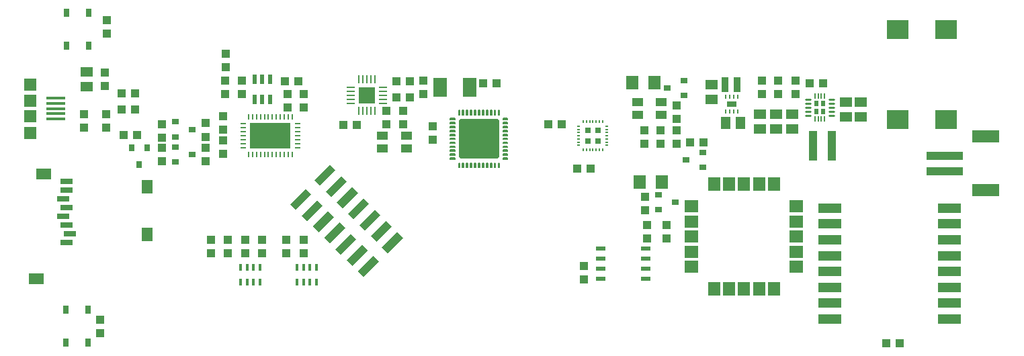
<source format=gtp>
G75*
%MOIN*%
%OFA0B0*%
%FSLAX25Y25*%
%IPPOS*%
%LPD*%
%AMOC8*
5,1,8,0,0,1.08239X$1,22.5*
%
%ADD10R,0.04331X0.03937*%
%ADD11R,0.05906X0.05118*%
%ADD12R,0.05118X0.05906*%
%ADD13R,0.06299X0.07087*%
%ADD14R,0.18110X0.03937*%
%ADD15R,0.13386X0.06299*%
%ADD16R,0.03543X0.03150*%
%ADD17R,0.03150X0.03543*%
%ADD18R,0.03937X0.04331*%
%ADD19R,0.04724X0.02362*%
%ADD20R,0.07480X0.05512*%
%ADD21R,0.05512X0.07087*%
%ADD22R,0.05906X0.02756*%
%ADD23R,0.00984X0.01969*%
%ADD24R,0.05118X0.02756*%
%ADD25R,0.00984X0.02756*%
%ADD26R,0.02756X0.00984*%
%ADD27R,0.20472X0.12598*%
%ADD28R,0.11811X0.04724*%
%ADD29R,0.02608X0.02608*%
%ADD30R,0.00787X0.01772*%
%ADD31R,0.01772X0.00787*%
%ADD32R,0.11024X0.09449*%
%ADD33R,0.03858X0.14567*%
%ADD34R,0.05906X0.07087*%
%ADD35R,0.07087X0.05906*%
%ADD36C,0.00591*%
%ADD37C,0.01969*%
%ADD38R,0.02559X0.04134*%
%ADD39R,0.02165X0.04724*%
%ADD40R,0.01600X0.03200*%
%ADD41R,0.00984X0.03937*%
%ADD42R,0.03937X0.00984*%
%ADD43R,0.07874X0.07874*%
%ADD44R,0.09252X0.01772*%
%ADD45R,0.06102X0.05906*%
%ADD46R,0.06693X0.09449*%
%ADD47R,0.05512X0.04331*%
%ADD48R,0.03937X0.10827*%
%ADD49R,0.03346X0.07480*%
%ADD50R,0.02362X0.03150*%
%ADD51C,0.01102*%
%ADD52R,0.00906X0.03150*%
D10*
X0057119Y0022654D03*
X0057119Y0029346D03*
X0112119Y0062154D03*
X0120619Y0062154D03*
X0129119Y0062154D03*
X0137619Y0062154D03*
X0149619Y0062154D03*
X0158119Y0062154D03*
X0158119Y0068846D03*
X0149619Y0068846D03*
X0137619Y0068846D03*
X0129119Y0068846D03*
X0120619Y0068846D03*
X0112119Y0068846D03*
X0109369Y0107779D03*
X0118119Y0111654D03*
X0109369Y0114471D03*
X0109369Y0120029D03*
X0118119Y0118346D03*
X0118119Y0123654D03*
X0109369Y0126721D03*
X0118119Y0130346D03*
X0087869Y0126346D03*
X0087869Y0119654D03*
X0087869Y0114471D03*
X0087869Y0107779D03*
X0150119Y0134404D03*
X0158119Y0134404D03*
X0158119Y0141096D03*
X0150119Y0141096D03*
X0148772Y0147500D03*
X0155465Y0147500D03*
X0199119Y0132846D03*
X0207619Y0132846D03*
X0207619Y0126154D03*
X0199119Y0126154D03*
X0184465Y0126000D03*
X0177772Y0126000D03*
X0247272Y0146500D03*
X0253965Y0146500D03*
X0327119Y0123346D03*
X0335119Y0123346D03*
X0343119Y0123346D03*
X0343119Y0128904D03*
X0343119Y0135596D03*
X0385369Y0141154D03*
X0393619Y0141154D03*
X0409272Y0146500D03*
X0415965Y0146500D03*
X0393619Y0147846D03*
X0385369Y0147846D03*
X0343119Y0116654D03*
X0335119Y0116654D03*
X0327119Y0116654D03*
X0327619Y0090346D03*
X0327619Y0083654D03*
X0328619Y0076346D03*
X0338119Y0076346D03*
X0338119Y0069654D03*
X0328619Y0069654D03*
X0447022Y0017375D03*
X0453715Y0017375D03*
X0060619Y0171154D03*
X0060619Y0177846D03*
D11*
X0050619Y0152240D03*
X0050619Y0144760D03*
X0360619Y0145990D03*
X0360619Y0138510D03*
X0384619Y0131240D03*
X0392619Y0131240D03*
X0400619Y0131240D03*
X0400619Y0123760D03*
X0392619Y0123760D03*
X0384619Y0123760D03*
X0427119Y0129760D03*
X0434619Y0129760D03*
X0434619Y0137240D03*
X0427119Y0137240D03*
D12*
X0374859Y0126750D03*
X0367379Y0126750D03*
D13*
X0332131Y0146750D03*
X0321107Y0146750D03*
X0324857Y0097500D03*
X0335881Y0097500D03*
D14*
X0476114Y0102813D03*
X0476114Y0110687D03*
D15*
X0496587Y0120136D03*
X0496587Y0093364D03*
D16*
X0356056Y0104760D03*
X0347788Y0108500D03*
X0356056Y0112240D03*
X0334182Y0091240D03*
X0342449Y0087500D03*
X0334182Y0083760D03*
X0346806Y0140510D03*
X0338538Y0144250D03*
X0346806Y0147990D03*
X0102824Y0123625D03*
X0094557Y0119885D03*
X0094432Y0114865D03*
X0102699Y0111125D03*
X0094432Y0107385D03*
X0094557Y0127365D03*
D17*
X0080359Y0114437D03*
X0072879Y0114437D03*
X0076619Y0106169D03*
D18*
X0075465Y0121000D03*
X0068772Y0121000D03*
X0060119Y0124654D03*
X0049119Y0124654D03*
X0049119Y0131346D03*
X0060119Y0131346D03*
X0067772Y0133500D03*
X0074465Y0133500D03*
X0074465Y0141500D03*
X0067772Y0141500D03*
X0059619Y0145154D03*
X0059619Y0151846D03*
X0119119Y0147846D03*
X0127619Y0147846D03*
X0119369Y0154529D03*
X0119369Y0161221D03*
X0119119Y0141154D03*
X0127619Y0141154D03*
X0204272Y0139500D03*
X0210965Y0139500D03*
X0217619Y0141154D03*
X0217619Y0147846D03*
X0210965Y0147500D03*
X0204272Y0147500D03*
X0222119Y0125346D03*
X0222119Y0118654D03*
X0279522Y0126125D03*
X0286215Y0126125D03*
X0293897Y0104250D03*
X0300590Y0104250D03*
X0349772Y0117250D03*
X0356465Y0117250D03*
X0402119Y0141154D03*
X0402119Y0147846D03*
X0297119Y0055846D03*
X0297119Y0049154D03*
D19*
X0305595Y0049500D03*
X0305595Y0054500D03*
X0305595Y0059500D03*
X0305595Y0064500D03*
X0327642Y0064500D03*
X0327642Y0059500D03*
X0327642Y0054500D03*
X0327642Y0049500D03*
D20*
X0029062Y0101425D03*
X0025518Y0049457D03*
D21*
X0080636Y0071504D03*
X0080636Y0095126D03*
D22*
X0040479Y0093551D03*
X0040479Y0097882D03*
X0038904Y0089220D03*
X0040479Y0084890D03*
X0038904Y0080559D03*
X0040479Y0076228D03*
X0042054Y0071898D03*
X0040479Y0067567D03*
D23*
X0367416Y0132510D03*
X0369384Y0132510D03*
X0371353Y0132510D03*
X0373321Y0132510D03*
X0373321Y0139990D03*
X0371353Y0139990D03*
X0369384Y0139990D03*
X0367416Y0139990D03*
D24*
X0370369Y0136250D03*
D25*
X0152446Y0129949D03*
X0150477Y0129949D03*
X0148509Y0129949D03*
X0146540Y0129949D03*
X0144571Y0129949D03*
X0142603Y0129949D03*
X0140634Y0129949D03*
X0138666Y0129949D03*
X0136697Y0129949D03*
X0134729Y0129949D03*
X0132760Y0129949D03*
X0130792Y0129949D03*
X0130792Y0111051D03*
X0132760Y0111051D03*
X0134729Y0111051D03*
X0136697Y0111051D03*
X0138666Y0111051D03*
X0140634Y0111051D03*
X0142603Y0111051D03*
X0144571Y0111051D03*
X0146540Y0111051D03*
X0148509Y0111051D03*
X0150477Y0111051D03*
X0152446Y0111051D03*
D26*
X0155005Y0114594D03*
X0155005Y0116563D03*
X0155005Y0118531D03*
X0155005Y0120500D03*
X0155005Y0122469D03*
X0155005Y0124437D03*
X0155005Y0126406D03*
X0128233Y0126406D03*
X0128233Y0124437D03*
X0128233Y0122469D03*
X0128233Y0120500D03*
X0128233Y0118531D03*
X0128233Y0116563D03*
X0128233Y0114594D03*
D27*
X0141619Y0120500D03*
D28*
X0419279Y0084622D03*
X0419279Y0076748D03*
X0419279Y0068874D03*
X0419279Y0061000D03*
X0419279Y0053125D03*
X0419279Y0045251D03*
X0419279Y0037377D03*
X0419279Y0029503D03*
X0478334Y0029503D03*
X0478334Y0037377D03*
X0478334Y0045251D03*
X0478334Y0053125D03*
X0478334Y0061000D03*
X0478334Y0068874D03*
X0478334Y0076748D03*
X0478334Y0084622D03*
D29*
X0304227Y0117892D03*
X0299010Y0117892D03*
X0299010Y0123108D03*
X0304227Y0123108D03*
D30*
X0304768Y0127488D03*
X0303194Y0127488D03*
X0301619Y0127488D03*
X0300044Y0127488D03*
X0298469Y0127488D03*
X0296894Y0127488D03*
X0306343Y0127488D03*
X0306343Y0113512D03*
X0304768Y0113512D03*
X0303194Y0113512D03*
X0301619Y0113512D03*
X0300044Y0113512D03*
X0298469Y0113512D03*
X0296894Y0113512D03*
D31*
X0294631Y0115776D03*
X0294631Y0117350D03*
X0294631Y0118925D03*
X0294631Y0120500D03*
X0294631Y0122075D03*
X0294631Y0123650D03*
X0294631Y0125224D03*
X0308607Y0125224D03*
X0308607Y0123650D03*
X0308607Y0122075D03*
X0308607Y0120500D03*
X0308607Y0118925D03*
X0308607Y0117350D03*
X0308607Y0115776D03*
D32*
X0452915Y0128372D03*
X0476931Y0128372D03*
X0476931Y0173253D03*
X0452915Y0173253D03*
D33*
X0420284Y0115500D03*
X0410953Y0115500D03*
D34*
X0391579Y0096484D03*
X0384099Y0096484D03*
X0376619Y0096484D03*
X0369138Y0096484D03*
X0361658Y0096484D03*
X0361658Y0044516D03*
X0369138Y0044516D03*
X0376619Y0044516D03*
X0384099Y0044516D03*
X0391579Y0044516D03*
D35*
X0402603Y0055539D03*
X0402603Y0063020D03*
X0402603Y0070500D03*
X0402603Y0077980D03*
X0402603Y0085461D03*
X0350634Y0085461D03*
X0350634Y0077980D03*
X0350634Y0070500D03*
X0350634Y0063020D03*
X0350634Y0055539D03*
D36*
X0254666Y0104826D02*
X0254666Y0106992D01*
X0255256Y0106992D01*
X0255256Y0104826D01*
X0254666Y0104826D01*
X0254666Y0105416D02*
X0255256Y0105416D01*
X0255256Y0106006D02*
X0254666Y0106006D01*
X0254666Y0106596D02*
X0255256Y0106596D01*
X0252698Y0106992D02*
X0252698Y0104826D01*
X0252698Y0106992D02*
X0253288Y0106992D01*
X0253288Y0104826D01*
X0252698Y0104826D01*
X0252698Y0105416D02*
X0253288Y0105416D01*
X0253288Y0106006D02*
X0252698Y0106006D01*
X0252698Y0106596D02*
X0253288Y0106596D01*
X0250729Y0106992D02*
X0250729Y0104826D01*
X0250729Y0106992D02*
X0251319Y0106992D01*
X0251319Y0104826D01*
X0250729Y0104826D01*
X0250729Y0105416D02*
X0251319Y0105416D01*
X0251319Y0106006D02*
X0250729Y0106006D01*
X0250729Y0106596D02*
X0251319Y0106596D01*
X0248761Y0106992D02*
X0248761Y0104826D01*
X0248761Y0106992D02*
X0249351Y0106992D01*
X0249351Y0104826D01*
X0248761Y0104826D01*
X0248761Y0105416D02*
X0249351Y0105416D01*
X0249351Y0106006D02*
X0248761Y0106006D01*
X0248761Y0106596D02*
X0249351Y0106596D01*
X0246792Y0106992D02*
X0246792Y0104826D01*
X0246792Y0106992D02*
X0247382Y0106992D01*
X0247382Y0104826D01*
X0246792Y0104826D01*
X0246792Y0105416D02*
X0247382Y0105416D01*
X0247382Y0106006D02*
X0246792Y0106006D01*
X0246792Y0106596D02*
X0247382Y0106596D01*
X0244824Y0106992D02*
X0244824Y0104826D01*
X0244824Y0106992D02*
X0245414Y0106992D01*
X0245414Y0104826D01*
X0244824Y0104826D01*
X0244824Y0105416D02*
X0245414Y0105416D01*
X0245414Y0106006D02*
X0244824Y0106006D01*
X0244824Y0106596D02*
X0245414Y0106596D01*
X0242855Y0106992D02*
X0242855Y0104826D01*
X0242855Y0106992D02*
X0243445Y0106992D01*
X0243445Y0104826D01*
X0242855Y0104826D01*
X0242855Y0105416D02*
X0243445Y0105416D01*
X0243445Y0106006D02*
X0242855Y0106006D01*
X0242855Y0106596D02*
X0243445Y0106596D01*
X0240887Y0106992D02*
X0240887Y0104826D01*
X0240887Y0106992D02*
X0241477Y0106992D01*
X0241477Y0104826D01*
X0240887Y0104826D01*
X0240887Y0105416D02*
X0241477Y0105416D01*
X0241477Y0106006D02*
X0240887Y0106006D01*
X0240887Y0106596D02*
X0241477Y0106596D01*
X0238918Y0106992D02*
X0238918Y0104826D01*
X0238918Y0106992D02*
X0239508Y0106992D01*
X0239508Y0104826D01*
X0238918Y0104826D01*
X0238918Y0105416D02*
X0239508Y0105416D01*
X0239508Y0106006D02*
X0238918Y0106006D01*
X0238918Y0106596D02*
X0239508Y0106596D01*
X0236950Y0106992D02*
X0236950Y0104826D01*
X0236950Y0106992D02*
X0237540Y0106992D01*
X0237540Y0104826D01*
X0236950Y0104826D01*
X0236950Y0105416D02*
X0237540Y0105416D01*
X0237540Y0106006D02*
X0236950Y0106006D01*
X0236950Y0106596D02*
X0237540Y0106596D01*
X0234981Y0106992D02*
X0234981Y0104826D01*
X0234981Y0106992D02*
X0235571Y0106992D01*
X0235571Y0104826D01*
X0234981Y0104826D01*
X0234981Y0105416D02*
X0235571Y0105416D01*
X0235571Y0106006D02*
X0234981Y0106006D01*
X0234981Y0106596D02*
X0235571Y0106596D01*
X0230945Y0108862D02*
X0230945Y0109452D01*
X0233111Y0109452D01*
X0233111Y0108862D01*
X0230945Y0108862D01*
X0230945Y0109452D02*
X0233111Y0109452D01*
X0230945Y0110831D02*
X0230945Y0111421D01*
X0233111Y0111421D01*
X0233111Y0110831D01*
X0230945Y0110831D01*
X0230945Y0111421D02*
X0233111Y0111421D01*
X0230945Y0112799D02*
X0230945Y0113389D01*
X0233111Y0113389D01*
X0233111Y0112799D01*
X0230945Y0112799D01*
X0230945Y0113389D02*
X0233111Y0113389D01*
X0230945Y0114768D02*
X0230945Y0115358D01*
X0233111Y0115358D01*
X0233111Y0114768D01*
X0230945Y0114768D01*
X0230945Y0115358D02*
X0233111Y0115358D01*
X0230945Y0116736D02*
X0230945Y0117326D01*
X0233111Y0117326D01*
X0233111Y0116736D01*
X0230945Y0116736D01*
X0230945Y0117326D02*
X0233111Y0117326D01*
X0230945Y0118705D02*
X0230945Y0119295D01*
X0233111Y0119295D01*
X0233111Y0118705D01*
X0230945Y0118705D01*
X0230945Y0119295D02*
X0233111Y0119295D01*
X0230945Y0120674D02*
X0230945Y0121264D01*
X0233111Y0121264D01*
X0233111Y0120674D01*
X0230945Y0120674D01*
X0230945Y0121264D02*
X0233111Y0121264D01*
X0230945Y0122642D02*
X0230945Y0123232D01*
X0233111Y0123232D01*
X0233111Y0122642D01*
X0230945Y0122642D01*
X0230945Y0123232D02*
X0233111Y0123232D01*
X0230945Y0124611D02*
X0230945Y0125201D01*
X0233111Y0125201D01*
X0233111Y0124611D01*
X0230945Y0124611D01*
X0230945Y0125201D02*
X0233111Y0125201D01*
X0230945Y0126579D02*
X0230945Y0127169D01*
X0233111Y0127169D01*
X0233111Y0126579D01*
X0230945Y0126579D01*
X0230945Y0127169D02*
X0233111Y0127169D01*
X0230945Y0128548D02*
X0230945Y0129138D01*
X0233111Y0129138D01*
X0233111Y0128548D01*
X0230945Y0128548D01*
X0230945Y0129138D02*
X0233111Y0129138D01*
X0234981Y0131008D02*
X0234981Y0133174D01*
X0235571Y0133174D01*
X0235571Y0131008D01*
X0234981Y0131008D01*
X0234981Y0131598D02*
X0235571Y0131598D01*
X0235571Y0132188D02*
X0234981Y0132188D01*
X0234981Y0132778D02*
X0235571Y0132778D01*
X0236950Y0133174D02*
X0236950Y0131008D01*
X0236950Y0133174D02*
X0237540Y0133174D01*
X0237540Y0131008D01*
X0236950Y0131008D01*
X0236950Y0131598D02*
X0237540Y0131598D01*
X0237540Y0132188D02*
X0236950Y0132188D01*
X0236950Y0132778D02*
X0237540Y0132778D01*
X0238918Y0133174D02*
X0238918Y0131008D01*
X0238918Y0133174D02*
X0239508Y0133174D01*
X0239508Y0131008D01*
X0238918Y0131008D01*
X0238918Y0131598D02*
X0239508Y0131598D01*
X0239508Y0132188D02*
X0238918Y0132188D01*
X0238918Y0132778D02*
X0239508Y0132778D01*
X0240887Y0133174D02*
X0240887Y0131008D01*
X0240887Y0133174D02*
X0241477Y0133174D01*
X0241477Y0131008D01*
X0240887Y0131008D01*
X0240887Y0131598D02*
X0241477Y0131598D01*
X0241477Y0132188D02*
X0240887Y0132188D01*
X0240887Y0132778D02*
X0241477Y0132778D01*
X0242855Y0133174D02*
X0242855Y0131008D01*
X0242855Y0133174D02*
X0243445Y0133174D01*
X0243445Y0131008D01*
X0242855Y0131008D01*
X0242855Y0131598D02*
X0243445Y0131598D01*
X0243445Y0132188D02*
X0242855Y0132188D01*
X0242855Y0132778D02*
X0243445Y0132778D01*
X0244824Y0133174D02*
X0244824Y0131008D01*
X0244824Y0133174D02*
X0245414Y0133174D01*
X0245414Y0131008D01*
X0244824Y0131008D01*
X0244824Y0131598D02*
X0245414Y0131598D01*
X0245414Y0132188D02*
X0244824Y0132188D01*
X0244824Y0132778D02*
X0245414Y0132778D01*
X0246792Y0133174D02*
X0246792Y0131008D01*
X0246792Y0133174D02*
X0247382Y0133174D01*
X0247382Y0131008D01*
X0246792Y0131008D01*
X0246792Y0131598D02*
X0247382Y0131598D01*
X0247382Y0132188D02*
X0246792Y0132188D01*
X0246792Y0132778D02*
X0247382Y0132778D01*
X0248761Y0133174D02*
X0248761Y0131008D01*
X0248761Y0133174D02*
X0249351Y0133174D01*
X0249351Y0131008D01*
X0248761Y0131008D01*
X0248761Y0131598D02*
X0249351Y0131598D01*
X0249351Y0132188D02*
X0248761Y0132188D01*
X0248761Y0132778D02*
X0249351Y0132778D01*
X0250729Y0133174D02*
X0250729Y0131008D01*
X0250729Y0133174D02*
X0251319Y0133174D01*
X0251319Y0131008D01*
X0250729Y0131008D01*
X0250729Y0131598D02*
X0251319Y0131598D01*
X0251319Y0132188D02*
X0250729Y0132188D01*
X0250729Y0132778D02*
X0251319Y0132778D01*
X0252698Y0133174D02*
X0252698Y0131008D01*
X0252698Y0133174D02*
X0253288Y0133174D01*
X0253288Y0131008D01*
X0252698Y0131008D01*
X0252698Y0131598D02*
X0253288Y0131598D01*
X0253288Y0132188D02*
X0252698Y0132188D01*
X0252698Y0132778D02*
X0253288Y0132778D01*
X0254666Y0133174D02*
X0254666Y0131008D01*
X0254666Y0133174D02*
X0255256Y0133174D01*
X0255256Y0131008D01*
X0254666Y0131008D01*
X0254666Y0131598D02*
X0255256Y0131598D01*
X0255256Y0132188D02*
X0254666Y0132188D01*
X0254666Y0132778D02*
X0255256Y0132778D01*
X0257126Y0129138D02*
X0257126Y0128548D01*
X0257126Y0129138D02*
X0259292Y0129138D01*
X0259292Y0128548D01*
X0257126Y0128548D01*
X0257126Y0129138D02*
X0259292Y0129138D01*
X0257126Y0127169D02*
X0257126Y0126579D01*
X0257126Y0127169D02*
X0259292Y0127169D01*
X0259292Y0126579D01*
X0257126Y0126579D01*
X0257126Y0127169D02*
X0259292Y0127169D01*
X0257126Y0125201D02*
X0257126Y0124611D01*
X0257126Y0125201D02*
X0259292Y0125201D01*
X0259292Y0124611D01*
X0257126Y0124611D01*
X0257126Y0125201D02*
X0259292Y0125201D01*
X0257126Y0123232D02*
X0257126Y0122642D01*
X0257126Y0123232D02*
X0259292Y0123232D01*
X0259292Y0122642D01*
X0257126Y0122642D01*
X0257126Y0123232D02*
X0259292Y0123232D01*
X0257126Y0121264D02*
X0257126Y0120674D01*
X0257126Y0121264D02*
X0259292Y0121264D01*
X0259292Y0120674D01*
X0257126Y0120674D01*
X0257126Y0121264D02*
X0259292Y0121264D01*
X0257126Y0119295D02*
X0257126Y0118705D01*
X0257126Y0119295D02*
X0259292Y0119295D01*
X0259292Y0118705D01*
X0257126Y0118705D01*
X0257126Y0119295D02*
X0259292Y0119295D01*
X0257126Y0117326D02*
X0257126Y0116736D01*
X0257126Y0117326D02*
X0259292Y0117326D01*
X0259292Y0116736D01*
X0257126Y0116736D01*
X0257126Y0117326D02*
X0259292Y0117326D01*
X0257126Y0115358D02*
X0257126Y0114768D01*
X0257126Y0115358D02*
X0259292Y0115358D01*
X0259292Y0114768D01*
X0257126Y0114768D01*
X0257126Y0115358D02*
X0259292Y0115358D01*
X0257126Y0113389D02*
X0257126Y0112799D01*
X0257126Y0113389D02*
X0259292Y0113389D01*
X0259292Y0112799D01*
X0257126Y0112799D01*
X0257126Y0113389D02*
X0259292Y0113389D01*
X0257126Y0111421D02*
X0257126Y0110831D01*
X0257126Y0111421D02*
X0259292Y0111421D01*
X0259292Y0110831D01*
X0257126Y0110831D01*
X0257126Y0111421D02*
X0259292Y0111421D01*
X0257126Y0109452D02*
X0257126Y0108862D01*
X0257126Y0109452D02*
X0259292Y0109452D01*
X0259292Y0108862D01*
X0257126Y0108862D01*
X0257126Y0109452D02*
X0259292Y0109452D01*
D37*
X0236261Y0110142D02*
X0236261Y0127858D01*
X0253977Y0127858D01*
X0253977Y0110142D01*
X0236261Y0110142D01*
X0236261Y0112110D02*
X0253977Y0112110D01*
X0253977Y0114078D02*
X0236261Y0114078D01*
X0236261Y0116046D02*
X0253977Y0116046D01*
X0253977Y0118014D02*
X0236261Y0118014D01*
X0236261Y0119982D02*
X0253977Y0119982D01*
X0253977Y0121950D02*
X0236261Y0121950D01*
X0236261Y0123918D02*
X0253977Y0123918D01*
X0253977Y0125886D02*
X0236261Y0125886D01*
X0236261Y0127854D02*
X0253977Y0127854D01*
D38*
X0040107Y0017831D03*
X0051131Y0017831D03*
X0051131Y0034169D03*
X0040107Y0034169D03*
X0040607Y0165331D03*
X0051631Y0165331D03*
X0051631Y0181669D03*
X0040607Y0181669D03*
D39*
X0133879Y0148618D03*
X0137619Y0148618D03*
X0141359Y0148618D03*
X0141359Y0138382D03*
X0137619Y0138382D03*
X0133879Y0138382D03*
D40*
X0133194Y0055043D03*
X0136343Y0055043D03*
X0130044Y0055043D03*
X0126894Y0055043D03*
X0126894Y0047957D03*
X0130044Y0047957D03*
X0133194Y0047957D03*
X0136343Y0047957D03*
X0154894Y0047957D03*
X0158044Y0047957D03*
X0161194Y0047957D03*
X0164343Y0047957D03*
X0164343Y0055043D03*
X0161194Y0055043D03*
X0158044Y0055043D03*
X0154894Y0055043D03*
D41*
X0185556Y0132752D03*
X0187524Y0132752D03*
X0189493Y0132752D03*
X0191461Y0132752D03*
X0193430Y0132752D03*
X0193430Y0148500D03*
X0191461Y0148500D03*
X0189493Y0148500D03*
X0187524Y0148500D03*
X0185556Y0148500D03*
D42*
X0181619Y0144563D03*
X0181619Y0142594D03*
X0181619Y0140626D03*
X0181619Y0138657D03*
X0181619Y0136689D03*
X0197367Y0136689D03*
X0197367Y0138657D03*
X0197367Y0140626D03*
X0197367Y0142594D03*
X0197367Y0144563D03*
D43*
X0189493Y0140626D03*
D44*
X0035119Y0139118D03*
X0035119Y0136559D03*
X0035119Y0134000D03*
X0035119Y0131441D03*
X0035119Y0128882D03*
D45*
X0022619Y0130063D03*
X0022619Y0137937D03*
X0022619Y0146008D03*
X0022619Y0121992D03*
D46*
X0225835Y0144500D03*
X0240402Y0144500D03*
D47*
X0209024Y0120650D03*
X0197213Y0120650D03*
X0197213Y0114350D03*
X0209024Y0114350D03*
X0323713Y0130850D03*
X0323713Y0137150D03*
X0335524Y0137150D03*
X0335524Y0130850D03*
D48*
G36*
X0193400Y0083929D02*
X0196184Y0081145D01*
X0188530Y0073491D01*
X0185746Y0076275D01*
X0193400Y0083929D01*
G37*
G36*
X0187832Y0089497D02*
X0190616Y0086713D01*
X0182962Y0079059D01*
X0180178Y0081843D01*
X0187832Y0089497D01*
G37*
G36*
X0177394Y0084627D02*
X0174610Y0087411D01*
X0182264Y0095065D01*
X0185048Y0092281D01*
X0177394Y0084627D01*
G37*
G36*
X0164726Y0088662D02*
X0167510Y0085878D01*
X0159856Y0078224D01*
X0157072Y0081008D01*
X0164726Y0088662D01*
G37*
G36*
X0159158Y0094230D02*
X0161942Y0091446D01*
X0154288Y0083792D01*
X0151504Y0086576D01*
X0159158Y0094230D01*
G37*
G36*
X0171129Y0106201D02*
X0173913Y0103417D01*
X0166259Y0095763D01*
X0163475Y0098547D01*
X0171129Y0106201D01*
G37*
G36*
X0176696Y0100633D02*
X0179480Y0097849D01*
X0171826Y0090195D01*
X0169042Y0092979D01*
X0176696Y0100633D01*
G37*
G36*
X0165424Y0072656D02*
X0162640Y0075440D01*
X0170294Y0083094D01*
X0173078Y0080310D01*
X0165424Y0072656D01*
G37*
G36*
X0175861Y0077527D02*
X0178645Y0074743D01*
X0170991Y0067089D01*
X0168207Y0069873D01*
X0175861Y0077527D01*
G37*
G36*
X0198968Y0078362D02*
X0201752Y0075578D01*
X0194098Y0067924D01*
X0191314Y0070708D01*
X0198968Y0078362D01*
G37*
G36*
X0204535Y0072794D02*
X0207319Y0070010D01*
X0199665Y0062356D01*
X0196881Y0065140D01*
X0204535Y0072794D01*
G37*
G36*
X0181429Y0071959D02*
X0184213Y0069175D01*
X0176559Y0061521D01*
X0173775Y0064305D01*
X0181429Y0071959D01*
G37*
G36*
X0186997Y0066391D02*
X0189781Y0063607D01*
X0182127Y0055953D01*
X0179343Y0058737D01*
X0186997Y0066391D01*
G37*
G36*
X0192565Y0060823D02*
X0195349Y0058039D01*
X0187695Y0050385D01*
X0184911Y0053169D01*
X0192565Y0060823D01*
G37*
D49*
X0367264Y0146000D03*
X0372973Y0146000D03*
D50*
X0412544Y0136469D03*
X0415694Y0136469D03*
X0415694Y0132531D03*
X0412544Y0132531D03*
D51*
X0409434Y0132531D02*
X0407190Y0132531D01*
X0407190Y0130563D02*
X0409434Y0130563D01*
X0409434Y0134500D02*
X0407190Y0134500D01*
X0407190Y0136469D02*
X0409434Y0136469D01*
X0409434Y0138437D02*
X0407190Y0138437D01*
X0418804Y0138437D02*
X0421048Y0138437D01*
X0421048Y0136469D02*
X0418804Y0136469D01*
X0418804Y0134500D02*
X0421048Y0134500D01*
X0421048Y0132531D02*
X0418804Y0132531D01*
X0418804Y0130563D02*
X0421048Y0130563D01*
D52*
X0416481Y0128752D03*
X0414906Y0128752D03*
X0413331Y0128752D03*
X0411757Y0128752D03*
X0411757Y0140248D03*
X0413331Y0140248D03*
X0414906Y0140248D03*
X0416481Y0140248D03*
M02*

</source>
